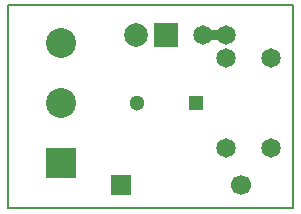
<source format=gbr>
G04 #@! TF.FileFunction,Copper,L1,Top,Signal*
%FSLAX46Y46*%
G04 Gerber Fmt 4.6, Leading zero omitted, Abs format (unit mm)*
G04 Created by KiCad (PCBNEW 4.0.0-rc1-stable) date 30/11/2015 17:10:56*
%MOMM*%
G01*
G04 APERTURE LIST*
%ADD10C,0.100000*%
%ADD11C,0.150000*%
%ADD12R,1.300000X1.300000*%
%ADD13C,1.300000*%
%ADD14R,2.000000X2.000000*%
%ADD15C,2.000000*%
%ADD16C,1.699260*%
%ADD17R,1.699260X1.699260*%
%ADD18R,2.540000X2.540000*%
%ADD19C,2.540000*%
%ADD20C,1.651000*%
%ADD21C,0.812800*%
G04 APERTURE END LIST*
D10*
D11*
X169545000Y-116840000D02*
X167005000Y-116840000D01*
X169545000Y-99695000D02*
X167005000Y-99695000D01*
X169545000Y-99695000D02*
X169545000Y-116840000D01*
X145415000Y-116840000D02*
X167005000Y-116840000D01*
X145415000Y-116205000D02*
X145415000Y-116840000D01*
X166370000Y-99695000D02*
X167005000Y-99695000D01*
X145415000Y-99695000D02*
X166370000Y-99695000D01*
X145415000Y-116205000D02*
X145415000Y-99695000D01*
D12*
X161290000Y-107950000D03*
D13*
X156290000Y-107950000D03*
D14*
X158750000Y-102235000D03*
D15*
X156210000Y-102235000D03*
D16*
X165100520Y-114932460D03*
D17*
X154940520Y-114932460D03*
D18*
X149860000Y-113030000D03*
D19*
X149860000Y-107950000D03*
X149860000Y-102870000D03*
D20*
X163830000Y-104140000D03*
X163830000Y-111760000D03*
X167640000Y-104140000D03*
X167640000Y-111760000D03*
X161925000Y-102235000D03*
X163830000Y-102235000D03*
D21*
X163830000Y-102235000D02*
X161925000Y-102235000D01*
M02*

</source>
